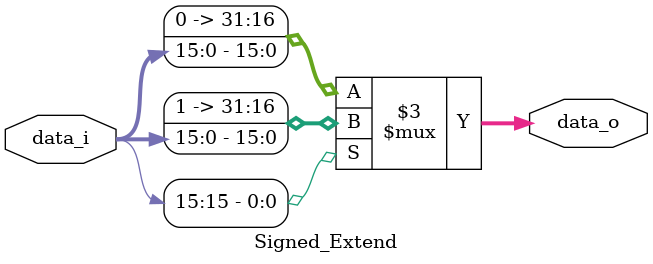
<source format=v>
module Signed_Extend
(
    data_i,
    data_o
);

input   [15:0]  data_i;
output  [31:0]  data_o;

reg     [31:0]  data_o;

always@(data_i) begin
    if(data_i[15]) data_o = {16'hFFFF, data_i};
    else data_o = {16'h0, data_i};
end

endmodule

</source>
